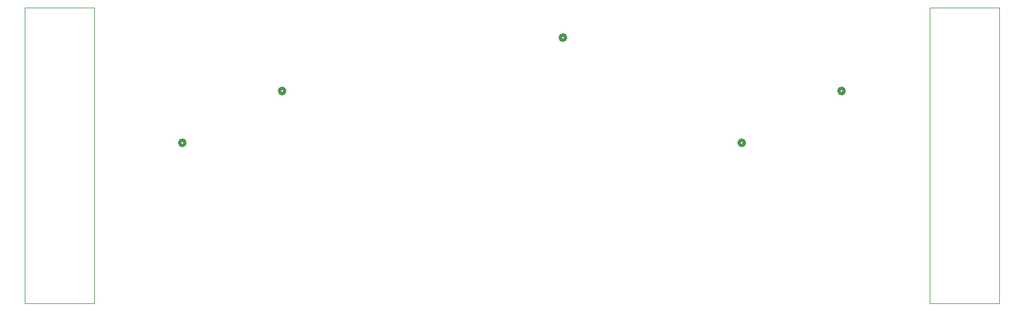
<source format=gbr>
%TF.GenerationSoftware,KiCad,Pcbnew,7.0.7-7.0.7~ubuntu20.04.1*%
%TF.CreationDate,2023-09-07T15:22:03-07:00*%
%TF.ProjectId,strobe-controller,7374726f-6265-42d6-936f-6e74726f6c6c,rev?*%
%TF.SameCoordinates,Original*%
%TF.FileFunction,Legend,Bot*%
%TF.FilePolarity,Positive*%
%FSLAX46Y46*%
G04 Gerber Fmt 4.6, Leading zero omitted, Abs format (unit mm)*
G04 Created by KiCad (PCBNEW 7.0.7-7.0.7~ubuntu20.04.1) date 2023-09-07 15:22:03*
%MOMM*%
%LPD*%
G01*
G04 APERTURE LIST*
%ADD10C,0.508000*%
%ADD11C,0.120000*%
G04 APERTURE END LIST*
D10*
%TO.C,J105*%
X53010800Y-98200000D02*
G75*
G03*
X53010800Y-98200000I-381000J0D01*
G01*
%TO.C,J104*%
X67351200Y-90750000D02*
G75*
G03*
X67351200Y-90750000I-381000J0D01*
G01*
%TO.C,J103*%
X133410800Y-98200000D02*
G75*
G03*
X133410800Y-98200000I-381000J0D01*
G01*
%TO.C,J102*%
X147751200Y-90750000D02*
G75*
G03*
X147751200Y-90750000I-381000J0D01*
G01*
D11*
%TO.C,H102*%
X40000000Y-78750000D02*
X30000000Y-78750000D01*
X40000000Y-121250000D02*
X40000000Y-78750000D01*
X30000000Y-121250000D02*
X40000000Y-121250000D01*
X30000000Y-78750000D02*
X30000000Y-121250000D01*
%TO.C,H101*%
X160000000Y-78750000D02*
X160000000Y-121250000D01*
X160000000Y-121250000D02*
X170000000Y-121250000D01*
X170000000Y-121250000D02*
X170000000Y-78750000D01*
X170000000Y-78750000D02*
X160000000Y-78750000D01*
D10*
%TO.C,J101*%
X107710400Y-83078700D02*
G75*
G03*
X107710400Y-83078700I-381000J0D01*
G01*
%TD*%
M02*

</source>
